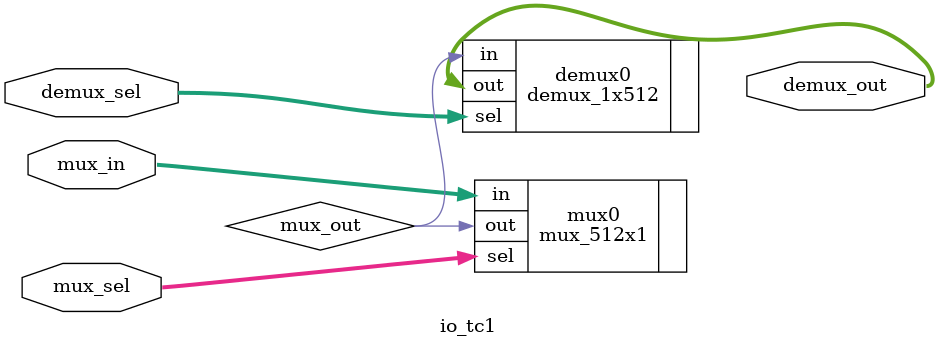
<source format=v>
module io_tc1 (mux_in, demux_out,mux_sel, demux_sel);
input [0:511] mux_in;
input [8:0]mux_sel; 
input [8:0]demux_sel;
output [511:0]demux_out;

mux_512x1 mux0 (.in(mux_in),.sel(mux_sel),.out(mux_out));
demux_1x512 demux0 (.in(mux_out),.sel(demux_sel),.out(demux_out));

endmodule 


</source>
